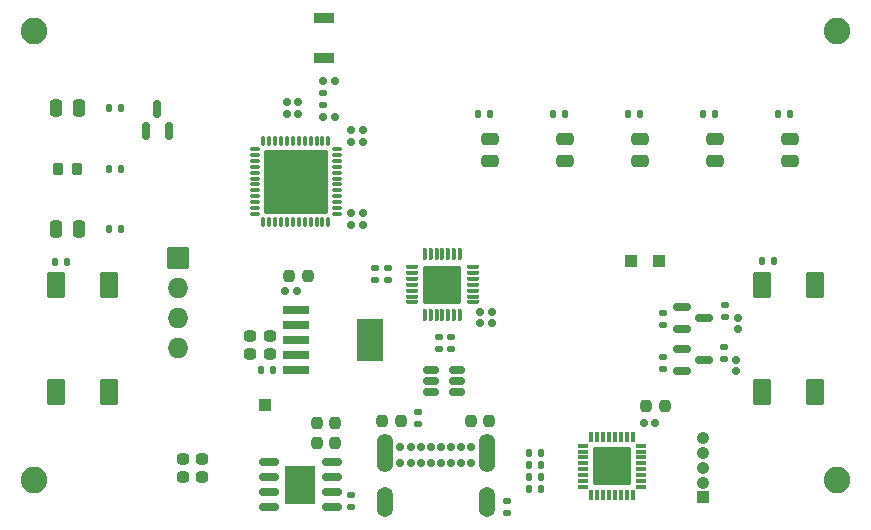
<source format=gts>
G04 #@! TF.GenerationSoftware,KiCad,Pcbnew,(6.0.0)*
G04 #@! TF.CreationDate,2022-02-07T18:43:46-08:00*
G04 #@! TF.ProjectId,LightsProject_Rev_C,4c696768-7473-4507-926f-6a6563745f52,rev?*
G04 #@! TF.SameCoordinates,Original*
G04 #@! TF.FileFunction,Soldermask,Top*
G04 #@! TF.FilePolarity,Negative*
%FSLAX46Y46*%
G04 Gerber Fmt 4.6, Leading zero omitted, Abs format (unit mm)*
G04 Created by KiCad (PCBNEW (6.0.0)) date 2022-02-07 18:43:46*
%MOMM*%
%LPD*%
G01*
G04 APERTURE LIST*
G04 Aperture macros list*
%AMRoundRect*
0 Rectangle with rounded corners*
0 $1 Rounding radius*
0 $2 $3 $4 $5 $6 $7 $8 $9 X,Y pos of 4 corners*
0 Add a 4 corners polygon primitive as box body*
4,1,4,$2,$3,$4,$5,$6,$7,$8,$9,$2,$3,0*
0 Add four circle primitives for the rounded corners*
1,1,$1+$1,$2,$3*
1,1,$1+$1,$4,$5*
1,1,$1+$1,$6,$7*
1,1,$1+$1,$8,$9*
0 Add four rect primitives between the rounded corners*
20,1,$1+$1,$2,$3,$4,$5,0*
20,1,$1+$1,$4,$5,$6,$7,0*
20,1,$1+$1,$6,$7,$8,$9,0*
20,1,$1+$1,$8,$9,$2,$3,0*%
G04 Aperture macros list end*
%ADD10RoundRect,0.165400X-0.140000X-0.170000X0.140000X-0.170000X0.140000X0.170000X-0.140000X0.170000X0*%
%ADD11RoundRect,0.025400X-0.850000X-0.850000X0.850000X-0.850000X0.850000X0.850000X-0.850000X0.850000X0*%
%ADD12O,1.750800X1.750800*%
%ADD13RoundRect,0.160400X-0.185000X0.135000X-0.185000X-0.135000X0.185000X-0.135000X0.185000X0.135000X0*%
%ADD14C,2.250800*%
%ADD15RoundRect,0.025400X0.800000X-0.400000X0.800000X0.400000X-0.800000X0.400000X-0.800000X-0.400000X0*%
%ADD16RoundRect,0.160400X0.135000X0.185000X-0.135000X0.185000X-0.135000X-0.185000X0.135000X-0.185000X0*%
%ADD17C,0.736600*%
%ADD18O,1.350800X2.550800*%
%ADD19O,1.350800X3.250800*%
%ADD20RoundRect,0.165400X-0.170000X0.140000X-0.170000X-0.140000X0.170000X-0.140000X0.170000X0.140000X0*%
%ADD21RoundRect,0.025400X-0.500000X-0.500000X0.500000X-0.500000X0.500000X0.500000X-0.500000X0.500000X0*%
%ADD22RoundRect,0.175400X0.150000X-0.587500X0.150000X0.587500X-0.150000X0.587500X-0.150000X-0.587500X0*%
%ADD23RoundRect,0.250400X0.225000X0.250000X-0.225000X0.250000X-0.225000X-0.250000X0.225000X-0.250000X0*%
%ADD24RoundRect,0.250400X0.250000X-0.225000X0.250000X0.225000X-0.250000X0.225000X-0.250000X-0.225000X0*%
%ADD25RoundRect,0.250400X-0.225000X-0.250000X0.225000X-0.250000X0.225000X0.250000X-0.225000X0.250000X0*%
%ADD26RoundRect,0.160400X0.185000X-0.135000X0.185000X0.135000X-0.185000X0.135000X-0.185000X-0.135000X0*%
%ADD27RoundRect,0.269150X0.243750X0.456250X-0.243750X0.456250X-0.243750X-0.456250X0.243750X-0.456250X0*%
%ADD28RoundRect,0.269150X-0.456250X0.243750X-0.456250X-0.243750X0.456250X-0.243750X0.456250X0.243750X0*%
%ADD29RoundRect,0.250400X-0.250000X0.225000X-0.250000X-0.225000X0.250000X-0.225000X0.250000X0.225000X0*%
%ADD30RoundRect,0.244150X0.218750X0.256250X-0.218750X0.256250X-0.218750X-0.256250X0.218750X-0.256250X0*%
%ADD31RoundRect,0.175400X-0.512500X-0.150000X0.512500X-0.150000X0.512500X0.150000X-0.512500X0.150000X0*%
%ADD32RoundRect,0.025400X0.700000X-1.050000X0.700000X1.050000X-0.700000X1.050000X-0.700000X-1.050000X0*%
%ADD33RoundRect,0.160400X-0.135000X-0.185000X0.135000X-0.185000X0.135000X0.185000X-0.135000X0.185000X0*%
%ADD34RoundRect,0.175400X-0.587500X-0.150000X0.587500X-0.150000X0.587500X0.150000X-0.587500X0.150000X0*%
%ADD35RoundRect,0.025400X-1.100000X-0.300000X1.100000X-0.300000X1.100000X0.300000X-1.100000X0.300000X0*%
%ADD36RoundRect,0.025400X-1.075000X-1.725000X1.075000X-1.725000X1.075000X1.725000X-1.075000X1.725000X0*%
%ADD37RoundRect,0.025400X0.127000X-0.450000X0.127000X0.450000X-0.127000X0.450000X-0.127000X-0.450000X0*%
%ADD38RoundRect,0.025400X0.450000X-0.127000X0.450000X0.127000X-0.450000X0.127000X-0.450000X-0.127000X0*%
%ADD39RoundRect,0.025400X1.550000X-1.550000X1.550000X1.550000X-1.550000X1.550000X-1.550000X-1.550000X0*%
%ADD40RoundRect,0.175400X0.650000X0.150000X-0.650000X0.150000X-0.650000X-0.150000X0.650000X-0.150000X0*%
%ADD41RoundRect,0.025400X1.200000X1.600000X-1.200000X1.600000X-1.200000X-1.600000X1.200000X-1.600000X0*%
%ADD42RoundRect,0.087900X-0.062500X0.337500X-0.062500X-0.337500X0.062500X-0.337500X0.062500X0.337500X0*%
%ADD43RoundRect,0.087900X-0.337500X0.062500X-0.337500X-0.062500X0.337500X-0.062500X0.337500X0.062500X0*%
%ADD44RoundRect,0.025400X-2.650000X2.650000X-2.650000X-2.650000X2.650000X-2.650000X2.650000X2.650000X0*%
%ADD45RoundRect,0.165400X0.140000X0.170000X-0.140000X0.170000X-0.140000X-0.170000X0.140000X-0.170000X0*%
%ADD46RoundRect,0.025400X0.500000X-0.500000X0.500000X0.500000X-0.500000X0.500000X-0.500000X-0.500000X0*%
%ADD47C,1.050800*%
%ADD48RoundRect,0.087900X0.375000X0.062500X-0.375000X0.062500X-0.375000X-0.062500X0.375000X-0.062500X0*%
%ADD49RoundRect,0.087900X0.062500X0.375000X-0.062500X0.375000X-0.062500X-0.375000X0.062500X-0.375000X0*%
%ADD50RoundRect,0.025400X1.550000X1.550000X-1.550000X1.550000X-1.550000X-1.550000X1.550000X-1.550000X0*%
G04 APERTURE END LIST*
D10*
X133921000Y-65046000D03*
X134881000Y-65046000D03*
D11*
X121666000Y-80020000D03*
D12*
X121666000Y-82560000D03*
X121666000Y-85100000D03*
X121666000Y-87640000D03*
D13*
X167817800Y-87526400D03*
X167817800Y-88546400D03*
D14*
X177437720Y-60842296D03*
D15*
X133985000Y-63103500D03*
X133985000Y-59703500D03*
D16*
X152402000Y-96520000D03*
X151382000Y-96520000D03*
D17*
X140463876Y-96065407D03*
X141313876Y-96065407D03*
X142163876Y-96065407D03*
X143013876Y-96065407D03*
X143863877Y-96065407D03*
X144713875Y-96065407D03*
X145563876Y-96065407D03*
X146413877Y-96065407D03*
X146413877Y-97415407D03*
X145563876Y-97415407D03*
X144713875Y-97415407D03*
X143863877Y-97415407D03*
X143013876Y-97415407D03*
X142163876Y-97415407D03*
X141313876Y-97415407D03*
X140463876Y-97415407D03*
D18*
X139118875Y-100715408D03*
D19*
X139118875Y-96565406D03*
D18*
X147758875Y-100715408D03*
D19*
X147758875Y-96565406D03*
D16*
X112270000Y-80391000D03*
X111250000Y-80391000D03*
D20*
X147193000Y-84610000D03*
X147193000Y-85570000D03*
X168910000Y-88674000D03*
X168910000Y-89634000D03*
D21*
X162358693Y-80315983D03*
D22*
X118938000Y-69263500D03*
X120838000Y-69263500D03*
X119888000Y-67388500D03*
D23*
X134922000Y-94018000D03*
X133372000Y-94018000D03*
D24*
X129413000Y-88151000D03*
X129413000Y-86601000D03*
D16*
X116842000Y-67310000D03*
X115822000Y-67310000D03*
D10*
X130711000Y-82804000D03*
X131671000Y-82804000D03*
D13*
X133893000Y-66060000D03*
X133893000Y-67080000D03*
D25*
X131051000Y-81534000D03*
X132601000Y-81534000D03*
D23*
X140475000Y-93853000D03*
X138925000Y-93853000D03*
D20*
X148209000Y-84610000D03*
X148209000Y-85570000D03*
D14*
X177437720Y-98842297D03*
D26*
X141986000Y-94109000D03*
X141986000Y-93089000D03*
D27*
X113205500Y-67310000D03*
X111330500Y-67310000D03*
D28*
X154432000Y-69928500D03*
X154432000Y-71803500D03*
D29*
X123698000Y-97028000D03*
X123698000Y-98578000D03*
D30*
X113055500Y-72453500D03*
X111480500Y-72453500D03*
D31*
X143007500Y-89474000D03*
X143007500Y-90424000D03*
X143007500Y-91374000D03*
X145282500Y-91374000D03*
X145282500Y-90424000D03*
X145282500Y-89474000D03*
D13*
X136306000Y-100112000D03*
X136306000Y-101132000D03*
D25*
X146418000Y-93853000D03*
X147968000Y-93853000D03*
D10*
X161064000Y-93980000D03*
X162024000Y-93980000D03*
D13*
X162687000Y-88390000D03*
X162687000Y-89410000D03*
D14*
X109437703Y-98842297D03*
D32*
X111287721Y-91392295D03*
X111287721Y-82292295D03*
X115787721Y-91392295D03*
X115787721Y-82292295D03*
D10*
X136299000Y-77216000D03*
X137259000Y-77216000D03*
D21*
X160020000Y-80315983D03*
D10*
X136299000Y-69215000D03*
X137259000Y-69215000D03*
D28*
X160782000Y-69928500D03*
X160782000Y-71803500D03*
D33*
X172464000Y-67818000D03*
X173484000Y-67818000D03*
X147064000Y-67818000D03*
X148084000Y-67818000D03*
X153414000Y-67818000D03*
X154434000Y-67818000D03*
D34*
X164289500Y-87696000D03*
X164289500Y-89596000D03*
X166164500Y-88646000D03*
D35*
X131609500Y-84455000D03*
X131609500Y-85725000D03*
D36*
X137909500Y-86995000D03*
D35*
X131609500Y-86995000D03*
X131609500Y-88265000D03*
X131609500Y-89535000D03*
D28*
X173482000Y-69928500D03*
X173482000Y-71803500D03*
D24*
X127762000Y-88151000D03*
X127762000Y-86601000D03*
D25*
X161277000Y-92583000D03*
X162827000Y-92583000D03*
D13*
X167970200Y-84021200D03*
X167970200Y-85041200D03*
D26*
X139446000Y-81917000D03*
X139446000Y-80897000D03*
D33*
X151382000Y-98552000D03*
X152402000Y-98552000D03*
D32*
X171087728Y-91392295D03*
X171087728Y-82292295D03*
X175587728Y-91392295D03*
X175587728Y-82292295D03*
D34*
X164289500Y-84140000D03*
X164289500Y-86040000D03*
X166164500Y-85090000D03*
D37*
X142518000Y-84886000D03*
X143018000Y-84886000D03*
X143518000Y-84886000D03*
X144018000Y-84886000D03*
X144518000Y-84886000D03*
X145018000Y-84886000D03*
X145518000Y-84886000D03*
D38*
X146608000Y-83796000D03*
X146608000Y-83296000D03*
X146608000Y-82796000D03*
X146608000Y-82296000D03*
X146608000Y-81796000D03*
X146608000Y-81296000D03*
X146608000Y-80796000D03*
D37*
X145518000Y-79706000D03*
X145018000Y-79706000D03*
X144518000Y-79706000D03*
X144018000Y-79706000D03*
X143518000Y-79706000D03*
X143018000Y-79706000D03*
X142518000Y-79706000D03*
D38*
X141428000Y-80796000D03*
X141428000Y-81296000D03*
X141428000Y-81796000D03*
X141428000Y-82296000D03*
X141428000Y-82796000D03*
X141428000Y-83296000D03*
X141428000Y-83796000D03*
D39*
X144018000Y-82296000D03*
D40*
X134638000Y-101130000D03*
X134638000Y-99860000D03*
X134638000Y-98590000D03*
X134638000Y-97320000D03*
X129338000Y-97320000D03*
X129338000Y-98590000D03*
X129338000Y-99860000D03*
X129338000Y-101130000D03*
D41*
X131988000Y-99225000D03*
D28*
X148082000Y-69928500D03*
X148082000Y-71803500D03*
D16*
X129669000Y-89535000D03*
X128649000Y-89535000D03*
D33*
X115822000Y-77597000D03*
X116842000Y-77597000D03*
D10*
X136299000Y-76200000D03*
X137259000Y-76200000D03*
D16*
X152402000Y-99568000D03*
X151382000Y-99568000D03*
D14*
X109437703Y-60842296D03*
D33*
X151382000Y-97536000D03*
X152402000Y-97536000D03*
D21*
X129032000Y-92456000D03*
D13*
X149479000Y-100582000D03*
X149479000Y-101602000D03*
D26*
X143764000Y-87759000D03*
X143764000Y-86739000D03*
X138303000Y-81917000D03*
X138303000Y-80897000D03*
D42*
X134357000Y-70105000D03*
X133857000Y-70105000D03*
X133357000Y-70105000D03*
X132857000Y-70105000D03*
X132357000Y-70105000D03*
X131857000Y-70105000D03*
X131357000Y-70105000D03*
X130857000Y-70105000D03*
X130357000Y-70105000D03*
X129857000Y-70105000D03*
X129357000Y-70105000D03*
X128857000Y-70105000D03*
D43*
X128157000Y-70805000D03*
X128157000Y-71305000D03*
X128157000Y-71805000D03*
X128157000Y-72305000D03*
X128157000Y-72805000D03*
X128157000Y-73305000D03*
X128157000Y-73805000D03*
X128157000Y-74305000D03*
X128157000Y-74805000D03*
X128157000Y-75305000D03*
X128157000Y-75805000D03*
X128157000Y-76305000D03*
D42*
X128857000Y-77005000D03*
X129357000Y-77005000D03*
X129857000Y-77005000D03*
X130357000Y-77005000D03*
X130857000Y-77005000D03*
X131357000Y-77005000D03*
X131857000Y-77005000D03*
X132357000Y-77005000D03*
X132857000Y-77005000D03*
X133357000Y-77005000D03*
X133857000Y-77005000D03*
X134357000Y-77005000D03*
D43*
X135057000Y-76305000D03*
X135057000Y-75805000D03*
X135057000Y-75305000D03*
X135057000Y-74805000D03*
X135057000Y-74305000D03*
X135057000Y-73805000D03*
X135057000Y-73305000D03*
X135057000Y-72805000D03*
X135057000Y-72305000D03*
X135057000Y-71805000D03*
X135057000Y-71305000D03*
X135057000Y-70805000D03*
D44*
X131607000Y-73555000D03*
D45*
X131798000Y-67818000D03*
X130838000Y-67818000D03*
D28*
X167132000Y-69928500D03*
X167132000Y-71803500D03*
D33*
X159764000Y-67818000D03*
X160784000Y-67818000D03*
D46*
X166116000Y-100290000D03*
D47*
X166116000Y-99040000D03*
X166116000Y-97790000D03*
X166116000Y-96540000D03*
X166116000Y-95290000D03*
D13*
X162687000Y-84707000D03*
X162687000Y-85727000D03*
D33*
X115822000Y-72517000D03*
X116842000Y-72517000D03*
D29*
X122047000Y-97028000D03*
X122047000Y-98578000D03*
D16*
X172087000Y-80264000D03*
X171067000Y-80264000D03*
D33*
X166114000Y-67818000D03*
X167134000Y-67818000D03*
D23*
X134922000Y-95669000D03*
X133372000Y-95669000D03*
D45*
X131798000Y-66802000D03*
X130838000Y-66802000D03*
D26*
X144780000Y-87759000D03*
X144780000Y-86739000D03*
D27*
X113205500Y-77597000D03*
X111330500Y-77597000D03*
D48*
X160806500Y-99413000D03*
X160806500Y-98913000D03*
X160806500Y-98413000D03*
X160806500Y-97913000D03*
X160806500Y-97413000D03*
X160806500Y-96913000D03*
X160806500Y-96413000D03*
X160806500Y-95913000D03*
D49*
X160119000Y-95225500D03*
X159619000Y-95225500D03*
X159119000Y-95225500D03*
X158619000Y-95225500D03*
X158119000Y-95225500D03*
X157619000Y-95225500D03*
X157119000Y-95225500D03*
X156619000Y-95225500D03*
D48*
X155931500Y-95913000D03*
X155931500Y-96413000D03*
X155931500Y-96913000D03*
X155931500Y-97413000D03*
X155931500Y-97913000D03*
X155931500Y-98413000D03*
X155931500Y-98913000D03*
X155931500Y-99413000D03*
D49*
X156619000Y-100100500D03*
X157119000Y-100100500D03*
X157619000Y-100100500D03*
X158119000Y-100100500D03*
X158619000Y-100100500D03*
X159119000Y-100100500D03*
X159619000Y-100100500D03*
X160119000Y-100100500D03*
D50*
X158369000Y-97663000D03*
D10*
X133921000Y-68094000D03*
X134881000Y-68094000D03*
X136299000Y-70231000D03*
X137259000Y-70231000D03*
D20*
X169037000Y-85118000D03*
X169037000Y-86078000D03*
M02*

</source>
